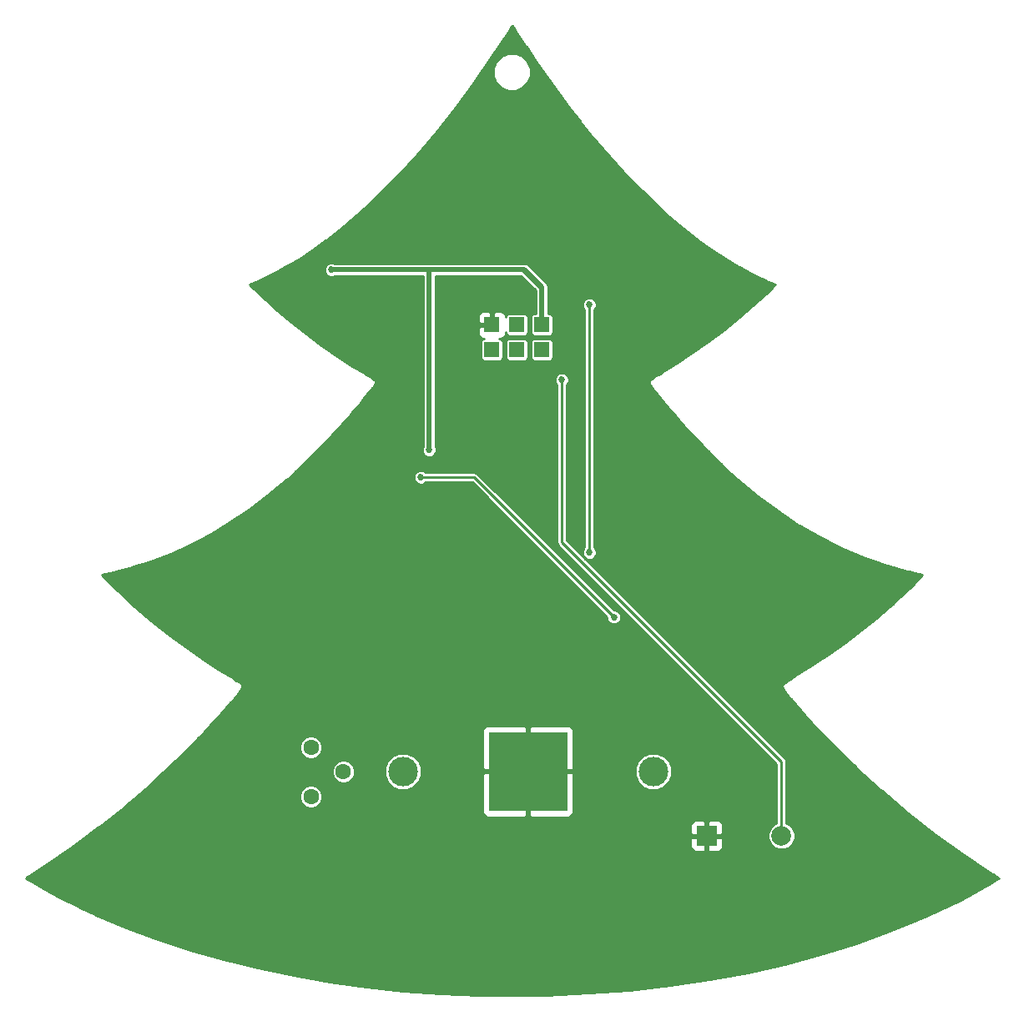
<source format=gbl>
G04 #@! TF.FileFunction,Copper,L2,Bot,Signal*
%FSLAX46Y46*%
G04 Gerber Fmt 4.6, Leading zero omitted, Abs format (unit mm)*
G04 Created by KiCad (PCBNEW 4.0.5) date 04/19/17 16:41:43*
%MOMM*%
%LPD*%
G01*
G04 APERTURE LIST*
%ADD10C,0.100000*%
%ADD11C,3.000000*%
%ADD12R,8.000000X8.000000*%
%ADD13C,1.600000*%
%ADD14R,2.000000X2.000000*%
%ADD15C,2.000000*%
%ADD16R,1.520000X1.520000*%
%ADD17C,0.685800*%
%ADD18C,0.508000*%
%ADD19C,0.254000*%
G04 APERTURE END LIST*
D10*
D11*
X165481000Y-125857000D03*
X140081000Y-125857000D03*
D12*
X152781000Y-125857000D03*
D13*
X130750000Y-123400000D03*
X130750000Y-128400000D03*
X134050000Y-125900000D03*
D14*
X170900000Y-132400000D03*
D15*
X178500000Y-132400000D03*
D16*
X154178000Y-83058000D03*
X154178000Y-80518000D03*
X151638000Y-83058000D03*
X151638000Y-80518000D03*
X149098000Y-83058000D03*
X149098000Y-80518000D03*
D17*
X142748000Y-93218000D03*
X132842000Y-74930000D03*
X153797000Y-141097000D03*
X156200000Y-86100000D03*
X159004000Y-103632000D03*
X159004000Y-78486000D03*
X141900000Y-96000000D03*
X161500000Y-110200000D03*
D18*
X142748000Y-74930000D02*
X142748000Y-93218000D01*
X142748000Y-74930000D02*
X142748000Y-75184000D01*
X142748000Y-75184000D02*
X142748000Y-74930000D01*
X132842000Y-74930000D02*
X142748000Y-74930000D01*
X142748000Y-74930000D02*
X152400000Y-74930000D01*
X154178000Y-76708000D02*
X154178000Y-80518000D01*
X152400000Y-74930000D02*
X154178000Y-76708000D01*
D19*
X132842000Y-74930000D02*
X142240000Y-74930000D01*
X154178000Y-80518000D02*
X154178000Y-76962000D01*
X152146000Y-74930000D02*
X142240000Y-74930000D01*
X154178000Y-76962000D02*
X152146000Y-74930000D01*
D18*
X152781000Y-125857000D02*
X152781000Y-140081000D01*
X152781000Y-140081000D02*
X153797000Y-141097000D01*
D19*
X156500000Y-102900000D02*
X156200000Y-102600000D01*
X178500000Y-124900000D02*
X156500000Y-102900000D01*
X178500000Y-132400000D02*
X178500000Y-124900000D01*
X156200000Y-86300000D02*
X156200000Y-86100000D01*
X156200000Y-102600000D02*
X156200000Y-86300000D01*
X159004000Y-78486000D02*
X159004000Y-103632000D01*
X147300000Y-96000000D02*
X141900000Y-96000000D01*
X161500000Y-110200000D02*
X147300000Y-96000000D01*
G36*
X151246592Y-50247673D02*
X151477998Y-50603606D01*
X151740069Y-51009409D01*
X151740931Y-51010298D01*
X151741393Y-51011444D01*
X152589977Y-52307472D01*
X152592079Y-52309614D01*
X152593243Y-52312377D01*
X153645049Y-53866478D01*
X153647151Y-53868556D01*
X153648340Y-53871263D01*
X154741176Y-55434786D01*
X154743238Y-55436763D01*
X154744424Y-55439362D01*
X155855016Y-56980091D01*
X155857165Y-56982093D01*
X155858426Y-56984749D01*
X156963502Y-58470472D01*
X156965895Y-58472635D01*
X156967324Y-58475522D01*
X158043609Y-59874022D01*
X158046458Y-59876513D01*
X158048203Y-59879875D01*
X159072426Y-61158939D01*
X159076120Y-61162045D01*
X159078447Y-61166271D01*
X160320541Y-62641588D01*
X160324531Y-62644780D01*
X160327111Y-62649188D01*
X161671697Y-64164386D01*
X161675721Y-64167437D01*
X161678383Y-64171728D01*
X163054477Y-65644323D01*
X163058590Y-65647277D01*
X163061369Y-65651510D01*
X164450783Y-67063521D01*
X164455144Y-67066486D01*
X164458155Y-67070814D01*
X165842701Y-68404258D01*
X165847510Y-68407342D01*
X165850908Y-68411935D01*
X167212396Y-69648831D01*
X167217931Y-69652157D01*
X167221940Y-69657219D01*
X168542181Y-70779585D01*
X168548857Y-70783304D01*
X168553831Y-70789104D01*
X169814637Y-71778958D01*
X169819095Y-71781218D01*
X169822444Y-71784928D01*
X170000715Y-71917693D01*
X170004774Y-71919623D01*
X170007862Y-71922890D01*
X171366855Y-72887421D01*
X171373864Y-72890558D01*
X171379352Y-72895927D01*
X172768169Y-73802002D01*
X172775298Y-73804864D01*
X172780993Y-73810014D01*
X174173124Y-74642403D01*
X174180757Y-74645125D01*
X174186990Y-74650310D01*
X175555920Y-75393784D01*
X175564575Y-75396473D01*
X175571803Y-75401940D01*
X176891019Y-76041270D01*
X176901453Y-76043989D01*
X176910399Y-76050012D01*
X177824556Y-76432414D01*
X177814814Y-76442840D01*
X177521012Y-76742042D01*
X176911107Y-77344343D01*
X175610015Y-78549393D01*
X174190800Y-79770709D01*
X172681206Y-80986933D01*
X171110463Y-82175475D01*
X169507846Y-83313820D01*
X167902666Y-84379530D01*
X166320481Y-85352581D01*
X166145305Y-85456392D01*
X166143969Y-85457590D01*
X166142285Y-85458201D01*
X165786786Y-85673279D01*
X165784560Y-85675314D01*
X165781740Y-85676385D01*
X165495878Y-85855383D01*
X165492001Y-85859037D01*
X165487073Y-85861064D01*
X165296488Y-85987732D01*
X165281520Y-86002627D01*
X165262970Y-86012727D01*
X165193297Y-86070814D01*
X165165425Y-86105318D01*
X165132320Y-86134834D01*
X165118550Y-86163344D01*
X165098655Y-86187973D01*
X165086109Y-86230514D01*
X165066819Y-86270454D01*
X165065008Y-86302064D01*
X165056052Y-86332431D01*
X165060740Y-86376534D01*
X165058203Y-86420816D01*
X165068626Y-86450713D01*
X165071973Y-86482197D01*
X165093183Y-86521151D01*
X165107784Y-86563031D01*
X165154635Y-86642662D01*
X165167757Y-86657379D01*
X165176093Y-86675245D01*
X165316992Y-86867309D01*
X165320544Y-86870563D01*
X165322689Y-86874879D01*
X165542444Y-87159514D01*
X165544166Y-87161015D01*
X165545205Y-87163047D01*
X165828490Y-87521287D01*
X165829599Y-87522231D01*
X165830272Y-87523524D01*
X166161764Y-87936400D01*
X166162625Y-87937122D01*
X166163151Y-87938118D01*
X166527522Y-88386665D01*
X166528299Y-88387309D01*
X166528776Y-88388201D01*
X166910700Y-88853451D01*
X166911499Y-88854107D01*
X166911991Y-88855015D01*
X167296145Y-89318001D01*
X167297067Y-89318749D01*
X167297637Y-89319787D01*
X167668693Y-89761541D01*
X167669882Y-89762494D01*
X167670626Y-89763824D01*
X168013261Y-90165379D01*
X168014400Y-90166278D01*
X168015119Y-90167541D01*
X168082017Y-90244779D01*
X168084195Y-90246472D01*
X168085595Y-90248853D01*
X168550643Y-90770791D01*
X168553272Y-90772776D01*
X168554989Y-90775587D01*
X169107461Y-91375098D01*
X169109352Y-91376476D01*
X169110594Y-91378457D01*
X169725516Y-92030006D01*
X169727062Y-92031105D01*
X169728083Y-92032699D01*
X170380489Y-92710750D01*
X170381907Y-92711737D01*
X170382851Y-92713183D01*
X171047771Y-93392201D01*
X171049228Y-93393197D01*
X171050205Y-93394664D01*
X171702670Y-94049115D01*
X171704349Y-94050241D01*
X171705488Y-94051913D01*
X172320529Y-94656259D01*
X172322726Y-94657699D01*
X172324233Y-94659850D01*
X172876880Y-95188556D01*
X172880215Y-95190679D01*
X172882547Y-95193869D01*
X173347832Y-95621401D01*
X173351562Y-95623671D01*
X173354215Y-95627136D01*
X174008497Y-96202035D01*
X174013768Y-96205085D01*
X174017620Y-96209804D01*
X176083889Y-97914693D01*
X176092622Y-97919391D01*
X176099274Y-97926746D01*
X178171527Y-99467129D01*
X178181198Y-99471716D01*
X178188799Y-99479249D01*
X180273625Y-100858773D01*
X180284179Y-100863089D01*
X180292730Y-100870629D01*
X182396720Y-102092944D01*
X182408047Y-102096823D01*
X182417494Y-102104177D01*
X184547239Y-103172931D01*
X184559168Y-103176216D01*
X184569392Y-103183184D01*
X186731480Y-104102027D01*
X186743786Y-104104592D01*
X186754611Y-104110992D01*
X188955634Y-104883572D01*
X188968064Y-104885339D01*
X188979257Y-104891021D01*
X191225804Y-105520988D01*
X191232502Y-105521505D01*
X191238595Y-105524340D01*
X191501371Y-105588405D01*
X191502705Y-105588462D01*
X191503917Y-105589016D01*
X191981977Y-105702137D01*
X191983776Y-105702202D01*
X191985422Y-105702936D01*
X192416439Y-105800764D01*
X192418892Y-105800830D01*
X192421145Y-105801801D01*
X192766082Y-105875575D01*
X192771279Y-105875650D01*
X192776107Y-105877581D01*
X192794586Y-105881024D01*
X192616282Y-106067903D01*
X192276274Y-106415377D01*
X191886437Y-106807072D01*
X191464495Y-107225349D01*
X191027845Y-107652922D01*
X190593595Y-108072802D01*
X190179315Y-108467557D01*
X189802619Y-108819745D01*
X189479927Y-109113069D01*
X189442675Y-109146202D01*
X188068022Y-110321656D01*
X186564360Y-111523679D01*
X184959306Y-112732173D01*
X183283584Y-113924536D01*
X181567592Y-115078490D01*
X179839329Y-116173330D01*
X179718483Y-116247594D01*
X179718033Y-116248011D01*
X179717461Y-116248225D01*
X179358246Y-116470518D01*
X179357466Y-116471246D01*
X179356465Y-116471626D01*
X179056721Y-116659378D01*
X179055460Y-116660567D01*
X179053845Y-116661197D01*
X178841949Y-116796539D01*
X178837866Y-116800457D01*
X178832658Y-116802664D01*
X178736977Y-116867735D01*
X178701812Y-116903480D01*
X178662233Y-116934250D01*
X178649465Y-116956691D01*
X178631355Y-116975100D01*
X178612547Y-117021580D01*
X178587755Y-117065155D01*
X178584547Y-117090776D01*
X178574861Y-117114712D01*
X178575271Y-117164847D01*
X178569041Y-117214598D01*
X178571406Y-117247491D01*
X178574005Y-117256951D01*
X178573275Y-117266734D01*
X178593871Y-117329258D01*
X178611307Y-117392719D01*
X178617327Y-117400463D01*
X178620397Y-117409782D01*
X178702312Y-117554669D01*
X178715058Y-117569470D01*
X178722995Y-117587321D01*
X178889498Y-117823160D01*
X178895550Y-117828908D01*
X178899262Y-117836383D01*
X179133409Y-118139745D01*
X179137751Y-118143531D01*
X179140466Y-118148617D01*
X179425312Y-118496073D01*
X179430054Y-118499969D01*
X179433113Y-118505291D01*
X181253350Y-120589106D01*
X181259293Y-120593685D01*
X181263278Y-120600042D01*
X183588042Y-123064423D01*
X183594375Y-123068927D01*
X183598763Y-123075347D01*
X186060868Y-125486235D01*
X186067131Y-125490325D01*
X186071584Y-125496335D01*
X188654821Y-127839660D01*
X188661091Y-127843421D01*
X188665659Y-127849129D01*
X191353817Y-130110820D01*
X191360177Y-130114320D01*
X191364920Y-130119816D01*
X194141795Y-132285801D01*
X194148335Y-132289091D01*
X194153321Y-132294450D01*
X197002701Y-134350658D01*
X197009518Y-134353774D01*
X197014829Y-134359062D01*
X199920507Y-136291422D01*
X199924069Y-136292888D01*
X199926849Y-136295550D01*
X200539102Y-136685627D01*
X200518421Y-136698853D01*
X200321369Y-136823365D01*
X199508093Y-137313391D01*
X198575837Y-137843813D01*
X197554363Y-138399239D01*
X196475330Y-138963255D01*
X195370077Y-139519672D01*
X194270213Y-140052204D01*
X193206992Y-140544782D01*
X192212961Y-140980813D01*
X189497089Y-142075372D01*
X186040230Y-143312499D01*
X182476460Y-144420316D01*
X178805849Y-145398865D01*
X175029342Y-146247886D01*
X171147793Y-146967143D01*
X167162098Y-147556388D01*
X163073214Y-148015373D01*
X158882037Y-148343854D01*
X154588934Y-148541619D01*
X151650272Y-148594970D01*
X147783462Y-148555556D01*
X143938323Y-148392982D01*
X140124344Y-148109075D01*
X136351942Y-147705684D01*
X132631447Y-147184662D01*
X128973222Y-146547877D01*
X125387658Y-145797214D01*
X121885061Y-144934554D01*
X118475866Y-143961826D01*
X115170403Y-142880948D01*
X111979048Y-141693878D01*
X108908151Y-140400906D01*
X108883362Y-140389798D01*
X108244343Y-140095010D01*
X107529264Y-139751344D01*
X106760180Y-139370471D01*
X105960247Y-138964601D01*
X105152686Y-138545989D01*
X104360928Y-138127022D01*
X103607975Y-137719871D01*
X102917371Y-137337019D01*
X102312599Y-136990952D01*
X101818551Y-136695090D01*
X101812099Y-136690916D01*
X102002792Y-136562671D01*
X102422787Y-136292379D01*
X102423145Y-136292033D01*
X102423608Y-136291849D01*
X103463105Y-135619143D01*
X103466782Y-135615573D01*
X103471497Y-135613556D01*
X106323279Y-133660512D01*
X106328368Y-133655305D01*
X106334953Y-133652195D01*
X107639449Y-132685750D01*
X169265000Y-132685750D01*
X169265000Y-133526310D01*
X169361673Y-133759699D01*
X169540302Y-133938327D01*
X169773691Y-134035000D01*
X170614250Y-134035000D01*
X170773000Y-133876250D01*
X170773000Y-132527000D01*
X171027000Y-132527000D01*
X171027000Y-133876250D01*
X171185750Y-134035000D01*
X172026309Y-134035000D01*
X172259698Y-133938327D01*
X172438327Y-133759699D01*
X172535000Y-133526310D01*
X172535000Y-132685750D01*
X172376250Y-132527000D01*
X171027000Y-132527000D01*
X170773000Y-132527000D01*
X169423750Y-132527000D01*
X169265000Y-132685750D01*
X107639449Y-132685750D01*
X109134700Y-131577983D01*
X109139497Y-131572696D01*
X109145835Y-131569415D01*
X109516035Y-131273690D01*
X169265000Y-131273690D01*
X169265000Y-132114250D01*
X169423750Y-132273000D01*
X170773000Y-132273000D01*
X170773000Y-130923750D01*
X171027000Y-130923750D01*
X171027000Y-132273000D01*
X172376250Y-132273000D01*
X172535000Y-132114250D01*
X172535000Y-131273690D01*
X172438327Y-131040301D01*
X172259698Y-130861673D01*
X172026309Y-130765000D01*
X171185750Y-130765000D01*
X171027000Y-130923750D01*
X170773000Y-130923750D01*
X170614250Y-130765000D01*
X169773691Y-130765000D01*
X169540302Y-130861673D01*
X169361673Y-131040301D01*
X169265000Y-131273690D01*
X109516035Y-131273690D01*
X111870521Y-129392869D01*
X111875134Y-129387396D01*
X111881367Y-129383876D01*
X112752997Y-128633885D01*
X129568796Y-128633885D01*
X129748213Y-129068109D01*
X130080144Y-129400619D01*
X130514054Y-129580794D01*
X130983885Y-129581204D01*
X131418109Y-129401787D01*
X131750619Y-129069856D01*
X131930794Y-128635946D01*
X131931204Y-128166115D01*
X131751787Y-127731891D01*
X131419856Y-127399381D01*
X130985946Y-127219206D01*
X130516115Y-127218796D01*
X130081891Y-127398213D01*
X129749381Y-127730144D01*
X129569206Y-128164054D01*
X129568796Y-128633885D01*
X112752997Y-128633885D01*
X114507964Y-127123831D01*
X114512491Y-127118045D01*
X114518746Y-127114196D01*
X115575289Y-126133885D01*
X132868796Y-126133885D01*
X133048213Y-126568109D01*
X133380144Y-126900619D01*
X133814054Y-127080794D01*
X134283885Y-127081204D01*
X134718109Y-126901787D01*
X135050619Y-126569856D01*
X135191941Y-126229513D01*
X138199674Y-126229513D01*
X138485436Y-126921109D01*
X139014108Y-127450704D01*
X139705204Y-127737673D01*
X140453513Y-127738326D01*
X141145109Y-127452564D01*
X141674704Y-126923892D01*
X141961673Y-126232796D01*
X141961751Y-126142750D01*
X148146000Y-126142750D01*
X148146000Y-129983310D01*
X148242673Y-130216699D01*
X148421302Y-130395327D01*
X148654691Y-130492000D01*
X152495250Y-130492000D01*
X152654000Y-130333250D01*
X152654000Y-125984000D01*
X152908000Y-125984000D01*
X152908000Y-130333250D01*
X153066750Y-130492000D01*
X156907309Y-130492000D01*
X157140698Y-130395327D01*
X157319327Y-130216699D01*
X157416000Y-129983310D01*
X157416000Y-126229513D01*
X163599674Y-126229513D01*
X163885436Y-126921109D01*
X164414108Y-127450704D01*
X165105204Y-127737673D01*
X165853513Y-127738326D01*
X166545109Y-127452564D01*
X167074704Y-126923892D01*
X167361673Y-126232796D01*
X167362326Y-125484487D01*
X167076564Y-124792891D01*
X166547892Y-124263296D01*
X165856796Y-123976327D01*
X165108487Y-123975674D01*
X164416891Y-124261436D01*
X163887296Y-124790108D01*
X163600327Y-125481204D01*
X163599674Y-126229513D01*
X157416000Y-126229513D01*
X157416000Y-126142750D01*
X157257250Y-125984000D01*
X152908000Y-125984000D01*
X152654000Y-125984000D01*
X148304750Y-125984000D01*
X148146000Y-126142750D01*
X141961751Y-126142750D01*
X141962326Y-125484487D01*
X141676564Y-124792891D01*
X141147892Y-124263296D01*
X140456796Y-123976327D01*
X139708487Y-123975674D01*
X139016891Y-124261436D01*
X138487296Y-124790108D01*
X138200327Y-125481204D01*
X138199674Y-126229513D01*
X135191941Y-126229513D01*
X135230794Y-126135946D01*
X135231204Y-125666115D01*
X135051787Y-125231891D01*
X134719856Y-124899381D01*
X134285946Y-124719206D01*
X133816115Y-124718796D01*
X133381891Y-124898213D01*
X133049381Y-125230144D01*
X132869206Y-125664054D01*
X132868796Y-126133885D01*
X115575289Y-126133885D01*
X117024229Y-124789490D01*
X117028750Y-124783242D01*
X117035158Y-124778943D01*
X118175776Y-123633885D01*
X129568796Y-123633885D01*
X129748213Y-124068109D01*
X130080144Y-124400619D01*
X130514054Y-124580794D01*
X130983885Y-124581204D01*
X131418109Y-124401787D01*
X131750619Y-124069856D01*
X131930794Y-123635946D01*
X131931204Y-123166115D01*
X131751787Y-122731891D01*
X131419856Y-122399381D01*
X130985946Y-122219206D01*
X130516115Y-122218796D01*
X130081891Y-122398213D01*
X129749381Y-122730144D01*
X129569206Y-123164054D01*
X129568796Y-123633885D01*
X118175776Y-123633885D01*
X119396499Y-122408412D01*
X119399256Y-122404268D01*
X119403315Y-122401393D01*
X119982673Y-121789520D01*
X119983605Y-121788040D01*
X119985023Y-121787016D01*
X120037413Y-121730690D01*
X148146000Y-121730690D01*
X148146000Y-125571250D01*
X148304750Y-125730000D01*
X152654000Y-125730000D01*
X152654000Y-121380750D01*
X152908000Y-121380750D01*
X152908000Y-125730000D01*
X157257250Y-125730000D01*
X157416000Y-125571250D01*
X157416000Y-121730690D01*
X157319327Y-121497301D01*
X157140698Y-121318673D01*
X156907309Y-121222000D01*
X153066750Y-121222000D01*
X152908000Y-121380750D01*
X152654000Y-121380750D01*
X152495250Y-121222000D01*
X148654691Y-121222000D01*
X148421302Y-121318673D01*
X148242673Y-121497301D01*
X148146000Y-121730690D01*
X120037413Y-121730690D01*
X120569694Y-121158425D01*
X120570574Y-121156998D01*
X120571926Y-121156005D01*
X121137607Y-120537328D01*
X121138476Y-120535893D01*
X121139824Y-120534884D01*
X121675678Y-119938672D01*
X121676595Y-119937128D01*
X121678023Y-119936039D01*
X122173213Y-119374842D01*
X122174254Y-119373052D01*
X122175886Y-119371780D01*
X122619575Y-118858148D01*
X122620865Y-118855875D01*
X122622905Y-118854241D01*
X123004253Y-118400720D01*
X123006039Y-118397472D01*
X123008887Y-118395102D01*
X123317057Y-118014246D01*
X123319939Y-118008762D01*
X123324572Y-118004652D01*
X123548726Y-117709009D01*
X123554702Y-117696713D01*
X123564272Y-117686944D01*
X123693574Y-117489062D01*
X123716214Y-117432776D01*
X123743134Y-117378402D01*
X123766744Y-117290833D01*
X123766903Y-117288459D01*
X123767932Y-117286316D01*
X123771939Y-117213413D01*
X123776827Y-117140561D01*
X123776066Y-117138309D01*
X123776197Y-117135934D01*
X123751997Y-117067040D01*
X123728637Y-116997869D01*
X123727072Y-116996079D01*
X123726284Y-116993836D01*
X123677571Y-116939456D01*
X123629510Y-116884481D01*
X123627380Y-116883426D01*
X123625792Y-116881654D01*
X123609245Y-116869232D01*
X123598695Y-116864167D01*
X123590379Y-116855932D01*
X123453317Y-116765319D01*
X123449965Y-116763950D01*
X123447347Y-116761451D01*
X123203240Y-116606457D01*
X123201831Y-116605911D01*
X123200729Y-116604876D01*
X122878080Y-116403476D01*
X122877081Y-116403098D01*
X122876300Y-116402372D01*
X122504960Y-116173370D01*
X121326702Y-115433300D01*
X119801140Y-114426291D01*
X118280693Y-113370661D01*
X116795820Y-112288711D01*
X115377395Y-111203085D01*
X114056342Y-110136539D01*
X112861324Y-109110012D01*
X112771366Y-109029329D01*
X112429985Y-108715827D01*
X112039734Y-108348553D01*
X111617393Y-107944151D01*
X111180475Y-107519971D01*
X110746535Y-107093437D01*
X110332663Y-106681523D01*
X109956503Y-106301769D01*
X109635573Y-105971617D01*
X109551490Y-105882500D01*
X109827360Y-105828914D01*
X109833245Y-105826507D01*
X109839598Y-105826330D01*
X110365752Y-105706316D01*
X110369176Y-105704784D01*
X110372922Y-105704608D01*
X110985632Y-105552486D01*
X110988124Y-105551314D01*
X110990872Y-105551146D01*
X111656289Y-105376004D01*
X111658447Y-105374952D01*
X111660841Y-105374776D01*
X112345117Y-105185704D01*
X112347299Y-105184607D01*
X112349732Y-105184398D01*
X113019017Y-104990484D01*
X113021575Y-104989157D01*
X113024441Y-104988869D01*
X113644886Y-104799201D01*
X113648377Y-104797325D01*
X113652310Y-104796849D01*
X114190068Y-104620519D01*
X114193609Y-104618523D01*
X114197635Y-104617951D01*
X114694070Y-104443710D01*
X114699924Y-104440249D01*
X114706621Y-104439059D01*
X116696970Y-103661964D01*
X116706371Y-103655957D01*
X116717224Y-103653383D01*
X118660124Y-102764150D01*
X118669199Y-102757595D01*
X118679925Y-102754393D01*
X120590053Y-101744313D01*
X120598512Y-101737433D01*
X120608773Y-101733737D01*
X122500811Y-100594102D01*
X122508447Y-100587150D01*
X122517963Y-100583144D01*
X124406587Y-99305246D01*
X124413281Y-99298474D01*
X124421868Y-99294356D01*
X126321759Y-97869486D01*
X126327483Y-97863102D01*
X126335045Y-97859060D01*
X128260881Y-96278509D01*
X128263721Y-96275049D01*
X128267621Y-96272848D01*
X128310836Y-96235700D01*
X128313207Y-96232673D01*
X128316520Y-96230717D01*
X128414206Y-96143361D01*
X141175975Y-96143361D01*
X141285950Y-96409521D01*
X141489408Y-96613335D01*
X141755376Y-96723774D01*
X142043361Y-96724025D01*
X142309521Y-96614050D01*
X142415757Y-96508000D01*
X147089580Y-96508000D01*
X160776105Y-110194526D01*
X160775975Y-110343361D01*
X160885950Y-110609521D01*
X161089408Y-110813335D01*
X161355376Y-110923774D01*
X161643361Y-110924025D01*
X161909521Y-110814050D01*
X162113335Y-110610592D01*
X162223774Y-110344624D01*
X162224025Y-110056639D01*
X162114050Y-109790479D01*
X161910592Y-109586665D01*
X161644624Y-109476226D01*
X161494516Y-109476095D01*
X147659210Y-95640790D01*
X147494403Y-95530669D01*
X147300000Y-95492000D01*
X142415743Y-95492000D01*
X142310592Y-95386665D01*
X142044624Y-95276226D01*
X141756639Y-95275975D01*
X141490479Y-95385950D01*
X141286665Y-95589408D01*
X141176226Y-95855376D01*
X141175975Y-96143361D01*
X128414206Y-96143361D01*
X128718231Y-95871488D01*
X128720761Y-95868124D01*
X128724339Y-95865907D01*
X129217180Y-95405797D01*
X129218714Y-95403663D01*
X129220930Y-95402249D01*
X129783993Y-94862308D01*
X129785085Y-94860746D01*
X129786680Y-94859706D01*
X130399054Y-94260982D01*
X130399931Y-94259701D01*
X130401223Y-94258844D01*
X131042000Y-93622384D01*
X131042782Y-93621222D01*
X131043946Y-93620438D01*
X131692214Y-92967290D01*
X131692985Y-92966127D01*
X131694140Y-92965337D01*
X132328993Y-92316549D01*
X132329833Y-92315262D01*
X132331094Y-92314385D01*
X132931624Y-91691007D01*
X132932634Y-91689433D01*
X132934158Y-91688351D01*
X133479451Y-91111428D01*
X133480805Y-91109273D01*
X133482861Y-91107773D01*
X133952011Y-90598355D01*
X133954089Y-90594951D01*
X133957259Y-90592538D01*
X134329356Y-90171673D01*
X134331167Y-90168566D01*
X134333987Y-90166337D01*
X134578487Y-89879372D01*
X134579044Y-89878374D01*
X134579937Y-89877660D01*
X134973366Y-89410428D01*
X134973920Y-89409422D01*
X134974810Y-89408702D01*
X135376999Y-88925377D01*
X135377485Y-88924482D01*
X135378274Y-88923837D01*
X135774501Y-88442626D01*
X135774978Y-88441737D01*
X135775756Y-88441094D01*
X136151297Y-87980208D01*
X136151825Y-87979213D01*
X136152691Y-87978488D01*
X136492825Y-87556131D01*
X136493499Y-87554841D01*
X136494610Y-87553898D01*
X136784612Y-87188281D01*
X136785646Y-87186267D01*
X136787357Y-87184780D01*
X137012506Y-86894108D01*
X137014602Y-86889906D01*
X137018070Y-86886744D01*
X137163644Y-86689225D01*
X137171789Y-86671869D01*
X137184622Y-86657621D01*
X137235896Y-86571463D01*
X137239497Y-86561299D01*
X137246257Y-86552907D01*
X137264520Y-86490665D01*
X137286190Y-86429499D01*
X137285627Y-86418733D01*
X137288662Y-86408391D01*
X137281715Y-86343891D01*
X137278328Y-86279095D01*
X137273688Y-86269364D01*
X137272534Y-86258648D01*
X137241433Y-86201715D01*
X137213508Y-86143149D01*
X137205498Y-86135935D01*
X137200330Y-86126474D01*
X137185333Y-86108536D01*
X137148827Y-86079129D01*
X137117127Y-86044604D01*
X136989345Y-85951108D01*
X136979618Y-85946584D01*
X136971939Y-85939090D01*
X136734820Y-85784795D01*
X136730739Y-85783163D01*
X136727526Y-85780164D01*
X136406732Y-85581497D01*
X136403903Y-85580438D01*
X136401665Y-85578413D01*
X136023900Y-85352422D01*
X134965774Y-84710192D01*
X133405325Y-83698335D01*
X131834297Y-82607578D01*
X130280929Y-81459608D01*
X128774250Y-80276713D01*
X127343317Y-79081297D01*
X126017267Y-77895958D01*
X124822092Y-76740459D01*
X124569278Y-76483457D01*
X124521145Y-76432626D01*
X125354049Y-76085844D01*
X125362874Y-76079924D01*
X125373166Y-76077269D01*
X126692224Y-75442022D01*
X126699567Y-75436495D01*
X126708349Y-75433785D01*
X127374857Y-75073361D01*
X132117975Y-75073361D01*
X132227950Y-75339521D01*
X132431408Y-75543335D01*
X132697376Y-75653774D01*
X132985361Y-75654025D01*
X133200818Y-75565000D01*
X142113000Y-75565000D01*
X142113000Y-92859583D01*
X142024226Y-93073376D01*
X142023975Y-93361361D01*
X142133950Y-93627521D01*
X142337408Y-93831335D01*
X142603376Y-93941774D01*
X142891361Y-93942025D01*
X143157521Y-93832050D01*
X143361335Y-93628592D01*
X143471774Y-93362624D01*
X143472025Y-93074639D01*
X143383000Y-92859182D01*
X143383000Y-86243361D01*
X155475975Y-86243361D01*
X155585950Y-86509521D01*
X155692000Y-86615757D01*
X155692000Y-102600000D01*
X155730669Y-102794403D01*
X155840790Y-102959210D01*
X156140790Y-103259210D01*
X177992000Y-125110421D01*
X177992000Y-131115658D01*
X177718749Y-131228563D01*
X177329928Y-131616705D01*
X177119241Y-132124097D01*
X177118761Y-132673493D01*
X177328563Y-133181251D01*
X177716705Y-133570072D01*
X178224097Y-133780759D01*
X178773493Y-133781239D01*
X179281251Y-133571437D01*
X179670072Y-133183295D01*
X179880759Y-132675903D01*
X179881239Y-132126507D01*
X179671437Y-131618749D01*
X179283295Y-131229928D01*
X179008000Y-131115616D01*
X179008000Y-124900000D01*
X178972038Y-124719206D01*
X178969331Y-124705596D01*
X178859210Y-124540789D01*
X156859210Y-102540790D01*
X156708000Y-102389580D01*
X156708000Y-86615743D01*
X156813335Y-86510592D01*
X156923774Y-86244624D01*
X156924025Y-85956639D01*
X156814050Y-85690479D01*
X156610592Y-85486665D01*
X156344624Y-85376226D01*
X156056639Y-85375975D01*
X155790479Y-85485950D01*
X155586665Y-85689408D01*
X155476226Y-85955376D01*
X155475975Y-86243361D01*
X143383000Y-86243361D01*
X143383000Y-80803750D01*
X147703000Y-80803750D01*
X147703000Y-81404310D01*
X147799673Y-81637699D01*
X147978302Y-81816327D01*
X148211691Y-81913000D01*
X148319591Y-81913000D01*
X148196810Y-81936103D01*
X148067135Y-82019546D01*
X147980141Y-82146866D01*
X147949536Y-82298000D01*
X147949536Y-83818000D01*
X147976103Y-83959190D01*
X148059546Y-84088865D01*
X148186866Y-84175859D01*
X148338000Y-84206464D01*
X149858000Y-84206464D01*
X149999190Y-84179897D01*
X150128865Y-84096454D01*
X150215859Y-83969134D01*
X150246464Y-83818000D01*
X150246464Y-82298000D01*
X150489536Y-82298000D01*
X150489536Y-83818000D01*
X150516103Y-83959190D01*
X150599546Y-84088865D01*
X150726866Y-84175859D01*
X150878000Y-84206464D01*
X152398000Y-84206464D01*
X152539190Y-84179897D01*
X152668865Y-84096454D01*
X152755859Y-83969134D01*
X152786464Y-83818000D01*
X152786464Y-82298000D01*
X153029536Y-82298000D01*
X153029536Y-83818000D01*
X153056103Y-83959190D01*
X153139546Y-84088865D01*
X153266866Y-84175859D01*
X153418000Y-84206464D01*
X154938000Y-84206464D01*
X155079190Y-84179897D01*
X155208865Y-84096454D01*
X155295859Y-83969134D01*
X155326464Y-83818000D01*
X155326464Y-82298000D01*
X155299897Y-82156810D01*
X155216454Y-82027135D01*
X155089134Y-81940141D01*
X154938000Y-81909536D01*
X153418000Y-81909536D01*
X153276810Y-81936103D01*
X153147135Y-82019546D01*
X153060141Y-82146866D01*
X153029536Y-82298000D01*
X152786464Y-82298000D01*
X152759897Y-82156810D01*
X152676454Y-82027135D01*
X152549134Y-81940141D01*
X152398000Y-81909536D01*
X150878000Y-81909536D01*
X150736810Y-81936103D01*
X150607135Y-82019546D01*
X150520141Y-82146866D01*
X150489536Y-82298000D01*
X150246464Y-82298000D01*
X150219897Y-82156810D01*
X150136454Y-82027135D01*
X150009134Y-81940141D01*
X149875106Y-81913000D01*
X149984309Y-81913000D01*
X150217698Y-81816327D01*
X150396327Y-81637699D01*
X150493000Y-81404310D01*
X150493000Y-81296409D01*
X150516103Y-81419190D01*
X150599546Y-81548865D01*
X150726866Y-81635859D01*
X150878000Y-81666464D01*
X152398000Y-81666464D01*
X152539190Y-81639897D01*
X152668865Y-81556454D01*
X152755859Y-81429134D01*
X152786464Y-81278000D01*
X152786464Y-79758000D01*
X152759897Y-79616810D01*
X152676454Y-79487135D01*
X152549134Y-79400141D01*
X152398000Y-79369536D01*
X150878000Y-79369536D01*
X150736810Y-79396103D01*
X150607135Y-79479546D01*
X150520141Y-79606866D01*
X150493000Y-79740894D01*
X150493000Y-79631690D01*
X150396327Y-79398301D01*
X150217698Y-79219673D01*
X149984309Y-79123000D01*
X149383750Y-79123000D01*
X149225000Y-79281750D01*
X149225000Y-80391000D01*
X149245000Y-80391000D01*
X149245000Y-80645000D01*
X149225000Y-80645000D01*
X149225000Y-80665000D01*
X148971000Y-80665000D01*
X148971000Y-80645000D01*
X147861750Y-80645000D01*
X147703000Y-80803750D01*
X143383000Y-80803750D01*
X143383000Y-79631690D01*
X147703000Y-79631690D01*
X147703000Y-80232250D01*
X147861750Y-80391000D01*
X148971000Y-80391000D01*
X148971000Y-79281750D01*
X148812250Y-79123000D01*
X148211691Y-79123000D01*
X147978302Y-79219673D01*
X147799673Y-79398301D01*
X147703000Y-79631690D01*
X143383000Y-79631690D01*
X143383000Y-75565000D01*
X152062580Y-75565000D01*
X153543000Y-77045420D01*
X153543000Y-79369536D01*
X153418000Y-79369536D01*
X153276810Y-79396103D01*
X153147135Y-79479546D01*
X153060141Y-79606866D01*
X153029536Y-79758000D01*
X153029536Y-81278000D01*
X153056103Y-81419190D01*
X153139546Y-81548865D01*
X153266866Y-81635859D01*
X153418000Y-81666464D01*
X154938000Y-81666464D01*
X155079190Y-81639897D01*
X155208865Y-81556454D01*
X155295859Y-81429134D01*
X155326464Y-81278000D01*
X155326464Y-79758000D01*
X155299897Y-79616810D01*
X155216454Y-79487135D01*
X155089134Y-79400141D01*
X154938000Y-79369536D01*
X154813000Y-79369536D01*
X154813000Y-78629361D01*
X158279975Y-78629361D01*
X158389950Y-78895521D01*
X158496000Y-79001757D01*
X158496000Y-103116257D01*
X158390665Y-103221408D01*
X158280226Y-103487376D01*
X158279975Y-103775361D01*
X158389950Y-104041521D01*
X158593408Y-104245335D01*
X158859376Y-104355774D01*
X159147361Y-104356025D01*
X159413521Y-104246050D01*
X159617335Y-104042592D01*
X159727774Y-103776624D01*
X159728025Y-103488639D01*
X159618050Y-103222479D01*
X159512000Y-103116243D01*
X159512000Y-79001743D01*
X159617335Y-78896592D01*
X159727774Y-78630624D01*
X159728025Y-78342639D01*
X159618050Y-78076479D01*
X159414592Y-77872665D01*
X159148624Y-77762226D01*
X158860639Y-77761975D01*
X158594479Y-77871950D01*
X158390665Y-78075408D01*
X158280226Y-78341376D01*
X158279975Y-78629361D01*
X154813000Y-78629361D01*
X154813000Y-76708000D01*
X154764664Y-76464996D01*
X154627013Y-76258987D01*
X152849013Y-74480987D01*
X152643004Y-74343336D01*
X152400000Y-74295000D01*
X133200417Y-74295000D01*
X132986624Y-74206226D01*
X132698639Y-74205975D01*
X132432479Y-74315950D01*
X132228665Y-74519408D01*
X132118226Y-74785376D01*
X132117975Y-75073361D01*
X127374857Y-75073361D01*
X128077813Y-74693228D01*
X128084080Y-74688034D01*
X128091752Y-74685312D01*
X129485313Y-73855162D01*
X129490982Y-73850052D01*
X129498075Y-73847220D01*
X130889431Y-72943193D01*
X130894845Y-72937916D01*
X130901750Y-72934846D01*
X132264596Y-71972659D01*
X132270022Y-71966946D01*
X132277090Y-71963457D01*
X133585121Y-70958825D01*
X133588786Y-70954643D01*
X133593701Y-70952040D01*
X134104866Y-70535890D01*
X134108752Y-70531193D01*
X134114049Y-70528174D01*
X135963560Y-68924367D01*
X135968928Y-68917452D01*
X135976332Y-68912782D01*
X137836860Y-67147824D01*
X137841448Y-67141335D01*
X137847990Y-67136828D01*
X139714676Y-65216433D01*
X139718630Y-65210329D01*
X139724465Y-65205982D01*
X141592451Y-63135867D01*
X141595891Y-63130099D01*
X141601138Y-63125903D01*
X143465566Y-60911783D01*
X143468584Y-60906305D01*
X143473341Y-60902245D01*
X145329353Y-58549836D01*
X145332020Y-58544607D01*
X145336369Y-58540665D01*
X147179108Y-56055683D01*
X147181482Y-56050664D01*
X147185488Y-56046820D01*
X147748240Y-55241265D01*
X149224670Y-55241265D01*
X149514078Y-55941686D01*
X150049495Y-56478039D01*
X150749410Y-56768668D01*
X151507265Y-56769330D01*
X152207686Y-56479922D01*
X152744039Y-55944505D01*
X153034668Y-55244590D01*
X153035330Y-54486735D01*
X152745922Y-53786314D01*
X152210505Y-53249961D01*
X151510590Y-52959332D01*
X150752735Y-52958670D01*
X150052314Y-53248078D01*
X149515961Y-53783495D01*
X149225332Y-54483410D01*
X149224670Y-55241265D01*
X147748240Y-55241265D01*
X149010094Y-53434980D01*
X149012220Y-53430135D01*
X149015937Y-53426371D01*
X150817553Y-50693389D01*
X150818114Y-50692011D01*
X150819152Y-50690944D01*
X150925651Y-50526696D01*
X151146961Y-50198841D01*
X151182407Y-50149817D01*
X151246592Y-50247673D01*
X151246592Y-50247673D01*
G37*
X151246592Y-50247673D02*
X151477998Y-50603606D01*
X151740069Y-51009409D01*
X151740931Y-51010298D01*
X151741393Y-51011444D01*
X152589977Y-52307472D01*
X152592079Y-52309614D01*
X152593243Y-52312377D01*
X153645049Y-53866478D01*
X153647151Y-53868556D01*
X153648340Y-53871263D01*
X154741176Y-55434786D01*
X154743238Y-55436763D01*
X154744424Y-55439362D01*
X155855016Y-56980091D01*
X155857165Y-56982093D01*
X155858426Y-56984749D01*
X156963502Y-58470472D01*
X156965895Y-58472635D01*
X156967324Y-58475522D01*
X158043609Y-59874022D01*
X158046458Y-59876513D01*
X158048203Y-59879875D01*
X159072426Y-61158939D01*
X159076120Y-61162045D01*
X159078447Y-61166271D01*
X160320541Y-62641588D01*
X160324531Y-62644780D01*
X160327111Y-62649188D01*
X161671697Y-64164386D01*
X161675721Y-64167437D01*
X161678383Y-64171728D01*
X163054477Y-65644323D01*
X163058590Y-65647277D01*
X163061369Y-65651510D01*
X164450783Y-67063521D01*
X164455144Y-67066486D01*
X164458155Y-67070814D01*
X165842701Y-68404258D01*
X165847510Y-68407342D01*
X165850908Y-68411935D01*
X167212396Y-69648831D01*
X167217931Y-69652157D01*
X167221940Y-69657219D01*
X168542181Y-70779585D01*
X168548857Y-70783304D01*
X168553831Y-70789104D01*
X169814637Y-71778958D01*
X169819095Y-71781218D01*
X169822444Y-71784928D01*
X170000715Y-71917693D01*
X170004774Y-71919623D01*
X170007862Y-71922890D01*
X171366855Y-72887421D01*
X171373864Y-72890558D01*
X171379352Y-72895927D01*
X172768169Y-73802002D01*
X172775298Y-73804864D01*
X172780993Y-73810014D01*
X174173124Y-74642403D01*
X174180757Y-74645125D01*
X174186990Y-74650310D01*
X175555920Y-75393784D01*
X175564575Y-75396473D01*
X175571803Y-75401940D01*
X176891019Y-76041270D01*
X176901453Y-76043989D01*
X176910399Y-76050012D01*
X177824556Y-76432414D01*
X177814814Y-76442840D01*
X177521012Y-76742042D01*
X176911107Y-77344343D01*
X175610015Y-78549393D01*
X174190800Y-79770709D01*
X172681206Y-80986933D01*
X171110463Y-82175475D01*
X169507846Y-83313820D01*
X167902666Y-84379530D01*
X166320481Y-85352581D01*
X166145305Y-85456392D01*
X166143969Y-85457590D01*
X166142285Y-85458201D01*
X165786786Y-85673279D01*
X165784560Y-85675314D01*
X165781740Y-85676385D01*
X165495878Y-85855383D01*
X165492001Y-85859037D01*
X165487073Y-85861064D01*
X165296488Y-85987732D01*
X165281520Y-86002627D01*
X165262970Y-86012727D01*
X165193297Y-86070814D01*
X165165425Y-86105318D01*
X165132320Y-86134834D01*
X165118550Y-86163344D01*
X165098655Y-86187973D01*
X165086109Y-86230514D01*
X165066819Y-86270454D01*
X165065008Y-86302064D01*
X165056052Y-86332431D01*
X165060740Y-86376534D01*
X165058203Y-86420816D01*
X165068626Y-86450713D01*
X165071973Y-86482197D01*
X165093183Y-86521151D01*
X165107784Y-86563031D01*
X165154635Y-86642662D01*
X165167757Y-86657379D01*
X165176093Y-86675245D01*
X165316992Y-86867309D01*
X165320544Y-86870563D01*
X165322689Y-86874879D01*
X165542444Y-87159514D01*
X165544166Y-87161015D01*
X165545205Y-87163047D01*
X165828490Y-87521287D01*
X165829599Y-87522231D01*
X165830272Y-87523524D01*
X166161764Y-87936400D01*
X166162625Y-87937122D01*
X166163151Y-87938118D01*
X166527522Y-88386665D01*
X166528299Y-88387309D01*
X166528776Y-88388201D01*
X166910700Y-88853451D01*
X166911499Y-88854107D01*
X166911991Y-88855015D01*
X167296145Y-89318001D01*
X167297067Y-89318749D01*
X167297637Y-89319787D01*
X167668693Y-89761541D01*
X167669882Y-89762494D01*
X167670626Y-89763824D01*
X168013261Y-90165379D01*
X168014400Y-90166278D01*
X168015119Y-90167541D01*
X168082017Y-90244779D01*
X168084195Y-90246472D01*
X168085595Y-90248853D01*
X168550643Y-90770791D01*
X168553272Y-90772776D01*
X168554989Y-90775587D01*
X169107461Y-91375098D01*
X169109352Y-91376476D01*
X169110594Y-91378457D01*
X169725516Y-92030006D01*
X169727062Y-92031105D01*
X169728083Y-92032699D01*
X170380489Y-92710750D01*
X170381907Y-92711737D01*
X170382851Y-92713183D01*
X171047771Y-93392201D01*
X171049228Y-93393197D01*
X171050205Y-93394664D01*
X171702670Y-94049115D01*
X171704349Y-94050241D01*
X171705488Y-94051913D01*
X172320529Y-94656259D01*
X172322726Y-94657699D01*
X172324233Y-94659850D01*
X172876880Y-95188556D01*
X172880215Y-95190679D01*
X172882547Y-95193869D01*
X173347832Y-95621401D01*
X173351562Y-95623671D01*
X173354215Y-95627136D01*
X174008497Y-96202035D01*
X174013768Y-96205085D01*
X174017620Y-96209804D01*
X176083889Y-97914693D01*
X176092622Y-97919391D01*
X176099274Y-97926746D01*
X178171527Y-99467129D01*
X178181198Y-99471716D01*
X178188799Y-99479249D01*
X180273625Y-100858773D01*
X180284179Y-100863089D01*
X180292730Y-100870629D01*
X182396720Y-102092944D01*
X182408047Y-102096823D01*
X182417494Y-102104177D01*
X184547239Y-103172931D01*
X184559168Y-103176216D01*
X184569392Y-103183184D01*
X186731480Y-104102027D01*
X186743786Y-104104592D01*
X186754611Y-104110992D01*
X188955634Y-104883572D01*
X188968064Y-104885339D01*
X188979257Y-104891021D01*
X191225804Y-105520988D01*
X191232502Y-105521505D01*
X191238595Y-105524340D01*
X191501371Y-105588405D01*
X191502705Y-105588462D01*
X191503917Y-105589016D01*
X191981977Y-105702137D01*
X191983776Y-105702202D01*
X191985422Y-105702936D01*
X192416439Y-105800764D01*
X192418892Y-105800830D01*
X192421145Y-105801801D01*
X192766082Y-105875575D01*
X192771279Y-105875650D01*
X192776107Y-105877581D01*
X192794586Y-105881024D01*
X192616282Y-106067903D01*
X192276274Y-106415377D01*
X191886437Y-106807072D01*
X191464495Y-107225349D01*
X191027845Y-107652922D01*
X190593595Y-108072802D01*
X190179315Y-108467557D01*
X189802619Y-108819745D01*
X189479927Y-109113069D01*
X189442675Y-109146202D01*
X188068022Y-110321656D01*
X186564360Y-111523679D01*
X184959306Y-112732173D01*
X183283584Y-113924536D01*
X181567592Y-115078490D01*
X179839329Y-116173330D01*
X179718483Y-116247594D01*
X179718033Y-116248011D01*
X179717461Y-116248225D01*
X179358246Y-116470518D01*
X179357466Y-116471246D01*
X179356465Y-116471626D01*
X179056721Y-116659378D01*
X179055460Y-116660567D01*
X179053845Y-116661197D01*
X178841949Y-116796539D01*
X178837866Y-116800457D01*
X178832658Y-116802664D01*
X178736977Y-116867735D01*
X178701812Y-116903480D01*
X178662233Y-116934250D01*
X178649465Y-116956691D01*
X178631355Y-116975100D01*
X178612547Y-117021580D01*
X178587755Y-117065155D01*
X178584547Y-117090776D01*
X178574861Y-117114712D01*
X178575271Y-117164847D01*
X178569041Y-117214598D01*
X178571406Y-117247491D01*
X178574005Y-117256951D01*
X178573275Y-117266734D01*
X178593871Y-117329258D01*
X178611307Y-117392719D01*
X178617327Y-117400463D01*
X178620397Y-117409782D01*
X178702312Y-117554669D01*
X178715058Y-117569470D01*
X178722995Y-117587321D01*
X178889498Y-117823160D01*
X178895550Y-117828908D01*
X178899262Y-117836383D01*
X179133409Y-118139745D01*
X179137751Y-118143531D01*
X179140466Y-118148617D01*
X179425312Y-118496073D01*
X179430054Y-118499969D01*
X179433113Y-118505291D01*
X181253350Y-120589106D01*
X181259293Y-120593685D01*
X181263278Y-120600042D01*
X183588042Y-123064423D01*
X183594375Y-123068927D01*
X183598763Y-123075347D01*
X186060868Y-125486235D01*
X186067131Y-125490325D01*
X186071584Y-125496335D01*
X188654821Y-127839660D01*
X188661091Y-127843421D01*
X188665659Y-127849129D01*
X191353817Y-130110820D01*
X191360177Y-130114320D01*
X191364920Y-130119816D01*
X194141795Y-132285801D01*
X194148335Y-132289091D01*
X194153321Y-132294450D01*
X197002701Y-134350658D01*
X197009518Y-134353774D01*
X197014829Y-134359062D01*
X199920507Y-136291422D01*
X199924069Y-136292888D01*
X199926849Y-136295550D01*
X200539102Y-136685627D01*
X200518421Y-136698853D01*
X200321369Y-136823365D01*
X199508093Y-137313391D01*
X198575837Y-137843813D01*
X197554363Y-138399239D01*
X196475330Y-138963255D01*
X195370077Y-139519672D01*
X194270213Y-140052204D01*
X193206992Y-140544782D01*
X192212961Y-140980813D01*
X189497089Y-142075372D01*
X186040230Y-143312499D01*
X182476460Y-144420316D01*
X178805849Y-145398865D01*
X175029342Y-146247886D01*
X171147793Y-146967143D01*
X167162098Y-147556388D01*
X163073214Y-148015373D01*
X158882037Y-148343854D01*
X154588934Y-148541619D01*
X151650272Y-148594970D01*
X147783462Y-148555556D01*
X143938323Y-148392982D01*
X140124344Y-148109075D01*
X136351942Y-147705684D01*
X132631447Y-147184662D01*
X128973222Y-146547877D01*
X125387658Y-145797214D01*
X121885061Y-144934554D01*
X118475866Y-143961826D01*
X115170403Y-142880948D01*
X111979048Y-141693878D01*
X108908151Y-140400906D01*
X108883362Y-140389798D01*
X108244343Y-140095010D01*
X107529264Y-139751344D01*
X106760180Y-139370471D01*
X105960247Y-138964601D01*
X105152686Y-138545989D01*
X104360928Y-138127022D01*
X103607975Y-137719871D01*
X102917371Y-137337019D01*
X102312599Y-136990952D01*
X101818551Y-136695090D01*
X101812099Y-136690916D01*
X102002792Y-136562671D01*
X102422787Y-136292379D01*
X102423145Y-136292033D01*
X102423608Y-136291849D01*
X103463105Y-135619143D01*
X103466782Y-135615573D01*
X103471497Y-135613556D01*
X106323279Y-133660512D01*
X106328368Y-133655305D01*
X106334953Y-133652195D01*
X107639449Y-132685750D01*
X169265000Y-132685750D01*
X169265000Y-133526310D01*
X169361673Y-133759699D01*
X169540302Y-133938327D01*
X169773691Y-134035000D01*
X170614250Y-134035000D01*
X170773000Y-133876250D01*
X170773000Y-132527000D01*
X171027000Y-132527000D01*
X171027000Y-133876250D01*
X171185750Y-134035000D01*
X172026309Y-134035000D01*
X172259698Y-133938327D01*
X172438327Y-133759699D01*
X172535000Y-133526310D01*
X172535000Y-132685750D01*
X172376250Y-132527000D01*
X171027000Y-132527000D01*
X170773000Y-132527000D01*
X169423750Y-132527000D01*
X169265000Y-132685750D01*
X107639449Y-132685750D01*
X109134700Y-131577983D01*
X109139497Y-131572696D01*
X109145835Y-131569415D01*
X109516035Y-131273690D01*
X169265000Y-131273690D01*
X169265000Y-132114250D01*
X169423750Y-132273000D01*
X170773000Y-132273000D01*
X170773000Y-130923750D01*
X171027000Y-130923750D01*
X171027000Y-132273000D01*
X172376250Y-132273000D01*
X172535000Y-132114250D01*
X172535000Y-131273690D01*
X172438327Y-131040301D01*
X172259698Y-130861673D01*
X172026309Y-130765000D01*
X171185750Y-130765000D01*
X171027000Y-130923750D01*
X170773000Y-130923750D01*
X170614250Y-130765000D01*
X169773691Y-130765000D01*
X169540302Y-130861673D01*
X169361673Y-131040301D01*
X169265000Y-131273690D01*
X109516035Y-131273690D01*
X111870521Y-129392869D01*
X111875134Y-129387396D01*
X111881367Y-129383876D01*
X112752997Y-128633885D01*
X129568796Y-128633885D01*
X129748213Y-129068109D01*
X130080144Y-129400619D01*
X130514054Y-129580794D01*
X130983885Y-129581204D01*
X131418109Y-129401787D01*
X131750619Y-129069856D01*
X131930794Y-128635946D01*
X131931204Y-128166115D01*
X131751787Y-127731891D01*
X131419856Y-127399381D01*
X130985946Y-127219206D01*
X130516115Y-127218796D01*
X130081891Y-127398213D01*
X129749381Y-127730144D01*
X129569206Y-128164054D01*
X129568796Y-128633885D01*
X112752997Y-128633885D01*
X114507964Y-127123831D01*
X114512491Y-127118045D01*
X114518746Y-127114196D01*
X115575289Y-126133885D01*
X132868796Y-126133885D01*
X133048213Y-126568109D01*
X133380144Y-126900619D01*
X133814054Y-127080794D01*
X134283885Y-127081204D01*
X134718109Y-126901787D01*
X135050619Y-126569856D01*
X135191941Y-126229513D01*
X138199674Y-126229513D01*
X138485436Y-126921109D01*
X139014108Y-127450704D01*
X139705204Y-127737673D01*
X140453513Y-127738326D01*
X141145109Y-127452564D01*
X141674704Y-126923892D01*
X141961673Y-126232796D01*
X141961751Y-126142750D01*
X148146000Y-126142750D01*
X148146000Y-129983310D01*
X148242673Y-130216699D01*
X148421302Y-130395327D01*
X148654691Y-130492000D01*
X152495250Y-130492000D01*
X152654000Y-130333250D01*
X152654000Y-125984000D01*
X152908000Y-125984000D01*
X152908000Y-130333250D01*
X153066750Y-130492000D01*
X156907309Y-130492000D01*
X157140698Y-130395327D01*
X157319327Y-130216699D01*
X157416000Y-129983310D01*
X157416000Y-126229513D01*
X163599674Y-126229513D01*
X163885436Y-126921109D01*
X164414108Y-127450704D01*
X165105204Y-127737673D01*
X165853513Y-127738326D01*
X166545109Y-127452564D01*
X167074704Y-126923892D01*
X167361673Y-126232796D01*
X167362326Y-125484487D01*
X167076564Y-124792891D01*
X166547892Y-124263296D01*
X165856796Y-123976327D01*
X165108487Y-123975674D01*
X164416891Y-124261436D01*
X163887296Y-124790108D01*
X163600327Y-125481204D01*
X163599674Y-126229513D01*
X157416000Y-126229513D01*
X157416000Y-126142750D01*
X157257250Y-125984000D01*
X152908000Y-125984000D01*
X152654000Y-125984000D01*
X148304750Y-125984000D01*
X148146000Y-126142750D01*
X141961751Y-126142750D01*
X141962326Y-125484487D01*
X141676564Y-124792891D01*
X141147892Y-124263296D01*
X140456796Y-123976327D01*
X139708487Y-123975674D01*
X139016891Y-124261436D01*
X138487296Y-124790108D01*
X138200327Y-125481204D01*
X138199674Y-126229513D01*
X135191941Y-126229513D01*
X135230794Y-126135946D01*
X135231204Y-125666115D01*
X135051787Y-125231891D01*
X134719856Y-124899381D01*
X134285946Y-124719206D01*
X133816115Y-124718796D01*
X133381891Y-124898213D01*
X133049381Y-125230144D01*
X132869206Y-125664054D01*
X132868796Y-126133885D01*
X115575289Y-126133885D01*
X117024229Y-124789490D01*
X117028750Y-124783242D01*
X117035158Y-124778943D01*
X118175776Y-123633885D01*
X129568796Y-123633885D01*
X129748213Y-124068109D01*
X130080144Y-124400619D01*
X130514054Y-124580794D01*
X130983885Y-124581204D01*
X131418109Y-124401787D01*
X131750619Y-124069856D01*
X131930794Y-123635946D01*
X131931204Y-123166115D01*
X131751787Y-122731891D01*
X131419856Y-122399381D01*
X130985946Y-122219206D01*
X130516115Y-122218796D01*
X130081891Y-122398213D01*
X129749381Y-122730144D01*
X129569206Y-123164054D01*
X129568796Y-123633885D01*
X118175776Y-123633885D01*
X119396499Y-122408412D01*
X119399256Y-122404268D01*
X119403315Y-122401393D01*
X119982673Y-121789520D01*
X119983605Y-121788040D01*
X119985023Y-121787016D01*
X120037413Y-121730690D01*
X148146000Y-121730690D01*
X148146000Y-125571250D01*
X148304750Y-125730000D01*
X152654000Y-125730000D01*
X152654000Y-121380750D01*
X152908000Y-121380750D01*
X152908000Y-125730000D01*
X157257250Y-125730000D01*
X157416000Y-125571250D01*
X157416000Y-121730690D01*
X157319327Y-121497301D01*
X157140698Y-121318673D01*
X156907309Y-121222000D01*
X153066750Y-121222000D01*
X152908000Y-121380750D01*
X152654000Y-121380750D01*
X152495250Y-121222000D01*
X148654691Y-121222000D01*
X148421302Y-121318673D01*
X148242673Y-121497301D01*
X148146000Y-121730690D01*
X120037413Y-121730690D01*
X120569694Y-121158425D01*
X120570574Y-121156998D01*
X120571926Y-121156005D01*
X121137607Y-120537328D01*
X121138476Y-120535893D01*
X121139824Y-120534884D01*
X121675678Y-119938672D01*
X121676595Y-119937128D01*
X121678023Y-119936039D01*
X122173213Y-119374842D01*
X122174254Y-119373052D01*
X122175886Y-119371780D01*
X122619575Y-118858148D01*
X122620865Y-118855875D01*
X122622905Y-118854241D01*
X123004253Y-118400720D01*
X123006039Y-118397472D01*
X123008887Y-118395102D01*
X123317057Y-118014246D01*
X123319939Y-118008762D01*
X123324572Y-118004652D01*
X123548726Y-117709009D01*
X123554702Y-117696713D01*
X123564272Y-117686944D01*
X123693574Y-117489062D01*
X123716214Y-117432776D01*
X123743134Y-117378402D01*
X123766744Y-117290833D01*
X123766903Y-117288459D01*
X123767932Y-117286316D01*
X123771939Y-117213413D01*
X123776827Y-117140561D01*
X123776066Y-117138309D01*
X123776197Y-117135934D01*
X123751997Y-117067040D01*
X123728637Y-116997869D01*
X123727072Y-116996079D01*
X123726284Y-116993836D01*
X123677571Y-116939456D01*
X123629510Y-116884481D01*
X123627380Y-116883426D01*
X123625792Y-116881654D01*
X123609245Y-116869232D01*
X123598695Y-116864167D01*
X123590379Y-116855932D01*
X123453317Y-116765319D01*
X123449965Y-116763950D01*
X123447347Y-116761451D01*
X123203240Y-116606457D01*
X123201831Y-116605911D01*
X123200729Y-116604876D01*
X122878080Y-116403476D01*
X122877081Y-116403098D01*
X122876300Y-116402372D01*
X122504960Y-116173370D01*
X121326702Y-115433300D01*
X119801140Y-114426291D01*
X118280693Y-113370661D01*
X116795820Y-112288711D01*
X115377395Y-111203085D01*
X114056342Y-110136539D01*
X112861324Y-109110012D01*
X112771366Y-109029329D01*
X112429985Y-108715827D01*
X112039734Y-108348553D01*
X111617393Y-107944151D01*
X111180475Y-107519971D01*
X110746535Y-107093437D01*
X110332663Y-106681523D01*
X109956503Y-106301769D01*
X109635573Y-105971617D01*
X109551490Y-105882500D01*
X109827360Y-105828914D01*
X109833245Y-105826507D01*
X109839598Y-105826330D01*
X110365752Y-105706316D01*
X110369176Y-105704784D01*
X110372922Y-105704608D01*
X110985632Y-105552486D01*
X110988124Y-105551314D01*
X110990872Y-105551146D01*
X111656289Y-105376004D01*
X111658447Y-105374952D01*
X111660841Y-105374776D01*
X112345117Y-105185704D01*
X112347299Y-105184607D01*
X112349732Y-105184398D01*
X113019017Y-104990484D01*
X113021575Y-104989157D01*
X113024441Y-104988869D01*
X113644886Y-104799201D01*
X113648377Y-104797325D01*
X113652310Y-104796849D01*
X114190068Y-104620519D01*
X114193609Y-104618523D01*
X114197635Y-104617951D01*
X114694070Y-104443710D01*
X114699924Y-104440249D01*
X114706621Y-104439059D01*
X116696970Y-103661964D01*
X116706371Y-103655957D01*
X116717224Y-103653383D01*
X118660124Y-102764150D01*
X118669199Y-102757595D01*
X118679925Y-102754393D01*
X120590053Y-101744313D01*
X120598512Y-101737433D01*
X120608773Y-101733737D01*
X122500811Y-100594102D01*
X122508447Y-100587150D01*
X122517963Y-100583144D01*
X124406587Y-99305246D01*
X124413281Y-99298474D01*
X124421868Y-99294356D01*
X126321759Y-97869486D01*
X126327483Y-97863102D01*
X126335045Y-97859060D01*
X128260881Y-96278509D01*
X128263721Y-96275049D01*
X128267621Y-96272848D01*
X128310836Y-96235700D01*
X128313207Y-96232673D01*
X128316520Y-96230717D01*
X128414206Y-96143361D01*
X141175975Y-96143361D01*
X141285950Y-96409521D01*
X141489408Y-96613335D01*
X141755376Y-96723774D01*
X142043361Y-96724025D01*
X142309521Y-96614050D01*
X142415757Y-96508000D01*
X147089580Y-96508000D01*
X160776105Y-110194526D01*
X160775975Y-110343361D01*
X160885950Y-110609521D01*
X161089408Y-110813335D01*
X161355376Y-110923774D01*
X161643361Y-110924025D01*
X161909521Y-110814050D01*
X162113335Y-110610592D01*
X162223774Y-110344624D01*
X162224025Y-110056639D01*
X162114050Y-109790479D01*
X161910592Y-109586665D01*
X161644624Y-109476226D01*
X161494516Y-109476095D01*
X147659210Y-95640790D01*
X147494403Y-95530669D01*
X147300000Y-95492000D01*
X142415743Y-95492000D01*
X142310592Y-95386665D01*
X142044624Y-95276226D01*
X141756639Y-95275975D01*
X141490479Y-95385950D01*
X141286665Y-95589408D01*
X141176226Y-95855376D01*
X141175975Y-96143361D01*
X128414206Y-96143361D01*
X128718231Y-95871488D01*
X128720761Y-95868124D01*
X128724339Y-95865907D01*
X129217180Y-95405797D01*
X129218714Y-95403663D01*
X129220930Y-95402249D01*
X129783993Y-94862308D01*
X129785085Y-94860746D01*
X129786680Y-94859706D01*
X130399054Y-94260982D01*
X130399931Y-94259701D01*
X130401223Y-94258844D01*
X131042000Y-93622384D01*
X131042782Y-93621222D01*
X131043946Y-93620438D01*
X131692214Y-92967290D01*
X131692985Y-92966127D01*
X131694140Y-92965337D01*
X132328993Y-92316549D01*
X132329833Y-92315262D01*
X132331094Y-92314385D01*
X132931624Y-91691007D01*
X132932634Y-91689433D01*
X132934158Y-91688351D01*
X133479451Y-91111428D01*
X133480805Y-91109273D01*
X133482861Y-91107773D01*
X133952011Y-90598355D01*
X133954089Y-90594951D01*
X133957259Y-90592538D01*
X134329356Y-90171673D01*
X134331167Y-90168566D01*
X134333987Y-90166337D01*
X134578487Y-89879372D01*
X134579044Y-89878374D01*
X134579937Y-89877660D01*
X134973366Y-89410428D01*
X134973920Y-89409422D01*
X134974810Y-89408702D01*
X135376999Y-88925377D01*
X135377485Y-88924482D01*
X135378274Y-88923837D01*
X135774501Y-88442626D01*
X135774978Y-88441737D01*
X135775756Y-88441094D01*
X136151297Y-87980208D01*
X136151825Y-87979213D01*
X136152691Y-87978488D01*
X136492825Y-87556131D01*
X136493499Y-87554841D01*
X136494610Y-87553898D01*
X136784612Y-87188281D01*
X136785646Y-87186267D01*
X136787357Y-87184780D01*
X137012506Y-86894108D01*
X137014602Y-86889906D01*
X137018070Y-86886744D01*
X137163644Y-86689225D01*
X137171789Y-86671869D01*
X137184622Y-86657621D01*
X137235896Y-86571463D01*
X137239497Y-86561299D01*
X137246257Y-86552907D01*
X137264520Y-86490665D01*
X137286190Y-86429499D01*
X137285627Y-86418733D01*
X137288662Y-86408391D01*
X137281715Y-86343891D01*
X137278328Y-86279095D01*
X137273688Y-86269364D01*
X137272534Y-86258648D01*
X137241433Y-86201715D01*
X137213508Y-86143149D01*
X137205498Y-86135935D01*
X137200330Y-86126474D01*
X137185333Y-86108536D01*
X137148827Y-86079129D01*
X137117127Y-86044604D01*
X136989345Y-85951108D01*
X136979618Y-85946584D01*
X136971939Y-85939090D01*
X136734820Y-85784795D01*
X136730739Y-85783163D01*
X136727526Y-85780164D01*
X136406732Y-85581497D01*
X136403903Y-85580438D01*
X136401665Y-85578413D01*
X136023900Y-85352422D01*
X134965774Y-84710192D01*
X133405325Y-83698335D01*
X131834297Y-82607578D01*
X130280929Y-81459608D01*
X128774250Y-80276713D01*
X127343317Y-79081297D01*
X126017267Y-77895958D01*
X124822092Y-76740459D01*
X124569278Y-76483457D01*
X124521145Y-76432626D01*
X125354049Y-76085844D01*
X125362874Y-76079924D01*
X125373166Y-76077269D01*
X126692224Y-75442022D01*
X126699567Y-75436495D01*
X126708349Y-75433785D01*
X127374857Y-75073361D01*
X132117975Y-75073361D01*
X132227950Y-75339521D01*
X132431408Y-75543335D01*
X132697376Y-75653774D01*
X132985361Y-75654025D01*
X133200818Y-75565000D01*
X142113000Y-75565000D01*
X142113000Y-92859583D01*
X142024226Y-93073376D01*
X142023975Y-93361361D01*
X142133950Y-93627521D01*
X142337408Y-93831335D01*
X142603376Y-93941774D01*
X142891361Y-93942025D01*
X143157521Y-93832050D01*
X143361335Y-93628592D01*
X143471774Y-93362624D01*
X143472025Y-93074639D01*
X143383000Y-92859182D01*
X143383000Y-86243361D01*
X155475975Y-86243361D01*
X155585950Y-86509521D01*
X155692000Y-86615757D01*
X155692000Y-102600000D01*
X155730669Y-102794403D01*
X155840790Y-102959210D01*
X156140790Y-103259210D01*
X177992000Y-125110421D01*
X177992000Y-131115658D01*
X177718749Y-131228563D01*
X177329928Y-131616705D01*
X177119241Y-132124097D01*
X177118761Y-132673493D01*
X177328563Y-133181251D01*
X177716705Y-133570072D01*
X178224097Y-133780759D01*
X178773493Y-133781239D01*
X179281251Y-133571437D01*
X179670072Y-133183295D01*
X179880759Y-132675903D01*
X179881239Y-132126507D01*
X179671437Y-131618749D01*
X179283295Y-131229928D01*
X179008000Y-131115616D01*
X179008000Y-124900000D01*
X178972038Y-124719206D01*
X178969331Y-124705596D01*
X178859210Y-124540789D01*
X156859210Y-102540790D01*
X156708000Y-102389580D01*
X156708000Y-86615743D01*
X156813335Y-86510592D01*
X156923774Y-86244624D01*
X156924025Y-85956639D01*
X156814050Y-85690479D01*
X156610592Y-85486665D01*
X156344624Y-85376226D01*
X156056639Y-85375975D01*
X155790479Y-85485950D01*
X155586665Y-85689408D01*
X155476226Y-85955376D01*
X155475975Y-86243361D01*
X143383000Y-86243361D01*
X143383000Y-80803750D01*
X147703000Y-80803750D01*
X147703000Y-81404310D01*
X147799673Y-81637699D01*
X147978302Y-81816327D01*
X148211691Y-81913000D01*
X148319591Y-81913000D01*
X148196810Y-81936103D01*
X148067135Y-82019546D01*
X147980141Y-82146866D01*
X147949536Y-82298000D01*
X147949536Y-83818000D01*
X147976103Y-83959190D01*
X148059546Y-84088865D01*
X148186866Y-84175859D01*
X148338000Y-84206464D01*
X149858000Y-84206464D01*
X149999190Y-84179897D01*
X150128865Y-84096454D01*
X150215859Y-83969134D01*
X150246464Y-83818000D01*
X150246464Y-82298000D01*
X150489536Y-82298000D01*
X150489536Y-83818000D01*
X150516103Y-83959190D01*
X150599546Y-84088865D01*
X150726866Y-84175859D01*
X150878000Y-84206464D01*
X152398000Y-84206464D01*
X152539190Y-84179897D01*
X152668865Y-84096454D01*
X152755859Y-83969134D01*
X152786464Y-83818000D01*
X152786464Y-82298000D01*
X153029536Y-82298000D01*
X153029536Y-83818000D01*
X153056103Y-83959190D01*
X153139546Y-84088865D01*
X153266866Y-84175859D01*
X153418000Y-84206464D01*
X154938000Y-84206464D01*
X155079190Y-84179897D01*
X155208865Y-84096454D01*
X155295859Y-83969134D01*
X155326464Y-83818000D01*
X155326464Y-82298000D01*
X155299897Y-82156810D01*
X155216454Y-82027135D01*
X155089134Y-81940141D01*
X154938000Y-81909536D01*
X153418000Y-81909536D01*
X153276810Y-81936103D01*
X153147135Y-82019546D01*
X153060141Y-82146866D01*
X153029536Y-82298000D01*
X152786464Y-82298000D01*
X152759897Y-82156810D01*
X152676454Y-82027135D01*
X152549134Y-81940141D01*
X152398000Y-81909536D01*
X150878000Y-81909536D01*
X150736810Y-81936103D01*
X150607135Y-82019546D01*
X150520141Y-82146866D01*
X150489536Y-82298000D01*
X150246464Y-82298000D01*
X150219897Y-82156810D01*
X150136454Y-82027135D01*
X150009134Y-81940141D01*
X149875106Y-81913000D01*
X149984309Y-81913000D01*
X150217698Y-81816327D01*
X150396327Y-81637699D01*
X150493000Y-81404310D01*
X150493000Y-81296409D01*
X150516103Y-81419190D01*
X150599546Y-81548865D01*
X150726866Y-81635859D01*
X150878000Y-81666464D01*
X152398000Y-81666464D01*
X152539190Y-81639897D01*
X152668865Y-81556454D01*
X152755859Y-81429134D01*
X152786464Y-81278000D01*
X152786464Y-79758000D01*
X152759897Y-79616810D01*
X152676454Y-79487135D01*
X152549134Y-79400141D01*
X152398000Y-79369536D01*
X150878000Y-79369536D01*
X150736810Y-79396103D01*
X150607135Y-79479546D01*
X150520141Y-79606866D01*
X150493000Y-79740894D01*
X150493000Y-79631690D01*
X150396327Y-79398301D01*
X150217698Y-79219673D01*
X149984309Y-79123000D01*
X149383750Y-79123000D01*
X149225000Y-79281750D01*
X149225000Y-80391000D01*
X149245000Y-80391000D01*
X149245000Y-80645000D01*
X149225000Y-80645000D01*
X149225000Y-80665000D01*
X148971000Y-80665000D01*
X148971000Y-80645000D01*
X147861750Y-80645000D01*
X147703000Y-80803750D01*
X143383000Y-80803750D01*
X143383000Y-79631690D01*
X147703000Y-79631690D01*
X147703000Y-80232250D01*
X147861750Y-80391000D01*
X148971000Y-80391000D01*
X148971000Y-79281750D01*
X148812250Y-79123000D01*
X148211691Y-79123000D01*
X147978302Y-79219673D01*
X147799673Y-79398301D01*
X147703000Y-79631690D01*
X143383000Y-79631690D01*
X143383000Y-75565000D01*
X152062580Y-75565000D01*
X153543000Y-77045420D01*
X153543000Y-79369536D01*
X153418000Y-79369536D01*
X153276810Y-79396103D01*
X153147135Y-79479546D01*
X153060141Y-79606866D01*
X153029536Y-79758000D01*
X153029536Y-81278000D01*
X153056103Y-81419190D01*
X153139546Y-81548865D01*
X153266866Y-81635859D01*
X153418000Y-81666464D01*
X154938000Y-81666464D01*
X155079190Y-81639897D01*
X155208865Y-81556454D01*
X155295859Y-81429134D01*
X155326464Y-81278000D01*
X155326464Y-79758000D01*
X155299897Y-79616810D01*
X155216454Y-79487135D01*
X155089134Y-79400141D01*
X154938000Y-79369536D01*
X154813000Y-79369536D01*
X154813000Y-78629361D01*
X158279975Y-78629361D01*
X158389950Y-78895521D01*
X158496000Y-79001757D01*
X158496000Y-103116257D01*
X158390665Y-103221408D01*
X158280226Y-103487376D01*
X158279975Y-103775361D01*
X158389950Y-104041521D01*
X158593408Y-104245335D01*
X158859376Y-104355774D01*
X159147361Y-104356025D01*
X159413521Y-104246050D01*
X159617335Y-104042592D01*
X159727774Y-103776624D01*
X159728025Y-103488639D01*
X159618050Y-103222479D01*
X159512000Y-103116243D01*
X159512000Y-79001743D01*
X159617335Y-78896592D01*
X159727774Y-78630624D01*
X159728025Y-78342639D01*
X159618050Y-78076479D01*
X159414592Y-77872665D01*
X159148624Y-77762226D01*
X158860639Y-77761975D01*
X158594479Y-77871950D01*
X158390665Y-78075408D01*
X158280226Y-78341376D01*
X158279975Y-78629361D01*
X154813000Y-78629361D01*
X154813000Y-76708000D01*
X154764664Y-76464996D01*
X154627013Y-76258987D01*
X152849013Y-74480987D01*
X152643004Y-74343336D01*
X152400000Y-74295000D01*
X133200417Y-74295000D01*
X132986624Y-74206226D01*
X132698639Y-74205975D01*
X132432479Y-74315950D01*
X132228665Y-74519408D01*
X132118226Y-74785376D01*
X132117975Y-75073361D01*
X127374857Y-75073361D01*
X128077813Y-74693228D01*
X128084080Y-74688034D01*
X128091752Y-74685312D01*
X129485313Y-73855162D01*
X129490982Y-73850052D01*
X129498075Y-73847220D01*
X130889431Y-72943193D01*
X130894845Y-72937916D01*
X130901750Y-72934846D01*
X132264596Y-71972659D01*
X132270022Y-71966946D01*
X132277090Y-71963457D01*
X133585121Y-70958825D01*
X133588786Y-70954643D01*
X133593701Y-70952040D01*
X134104866Y-70535890D01*
X134108752Y-70531193D01*
X134114049Y-70528174D01*
X135963560Y-68924367D01*
X135968928Y-68917452D01*
X135976332Y-68912782D01*
X137836860Y-67147824D01*
X137841448Y-67141335D01*
X137847990Y-67136828D01*
X139714676Y-65216433D01*
X139718630Y-65210329D01*
X139724465Y-65205982D01*
X141592451Y-63135867D01*
X141595891Y-63130099D01*
X141601138Y-63125903D01*
X143465566Y-60911783D01*
X143468584Y-60906305D01*
X143473341Y-60902245D01*
X145329353Y-58549836D01*
X145332020Y-58544607D01*
X145336369Y-58540665D01*
X147179108Y-56055683D01*
X147181482Y-56050664D01*
X147185488Y-56046820D01*
X147748240Y-55241265D01*
X149224670Y-55241265D01*
X149514078Y-55941686D01*
X150049495Y-56478039D01*
X150749410Y-56768668D01*
X151507265Y-56769330D01*
X152207686Y-56479922D01*
X152744039Y-55944505D01*
X153034668Y-55244590D01*
X153035330Y-54486735D01*
X152745922Y-53786314D01*
X152210505Y-53249961D01*
X151510590Y-52959332D01*
X150752735Y-52958670D01*
X150052314Y-53248078D01*
X149515961Y-53783495D01*
X149225332Y-54483410D01*
X149224670Y-55241265D01*
X147748240Y-55241265D01*
X149010094Y-53434980D01*
X149012220Y-53430135D01*
X149015937Y-53426371D01*
X150817553Y-50693389D01*
X150818114Y-50692011D01*
X150819152Y-50690944D01*
X150925651Y-50526696D01*
X151146961Y-50198841D01*
X151182407Y-50149817D01*
X151246592Y-50247673D01*
M02*

</source>
